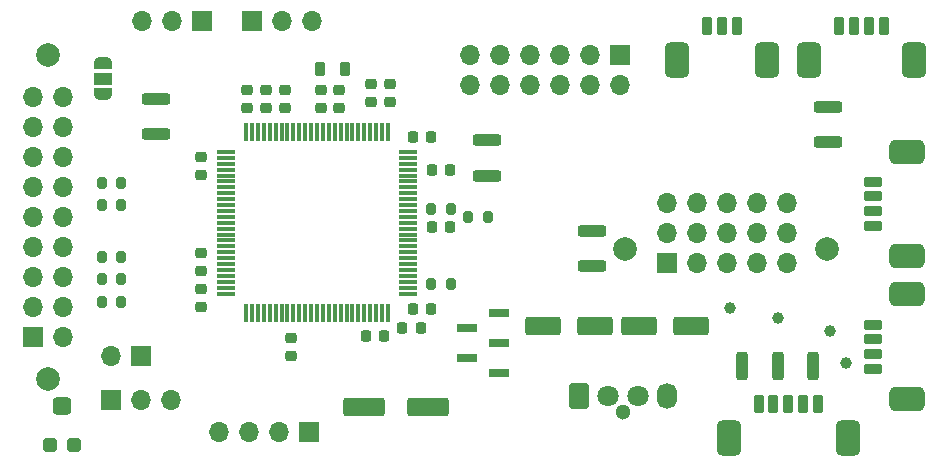
<source format=gbr>
%TF.GenerationSoftware,KiCad,Pcbnew,8.0.5*%
%TF.CreationDate,2025-01-05T11:13:20+01:00*%
%TF.ProjectId,BlockBoxController,426c6f63-6b42-46f7-9843-6f6e74726f6c,rev?*%
%TF.SameCoordinates,Original*%
%TF.FileFunction,Soldermask,Top*%
%TF.FilePolarity,Negative*%
%FSLAX46Y46*%
G04 Gerber Fmt 4.6, Leading zero omitted, Abs format (unit mm)*
G04 Created by KiCad (PCBNEW 8.0.5) date 2025-01-05 11:13:20*
%MOMM*%
%LPD*%
G01*
G04 APERTURE LIST*
G04 Aperture macros list*
%AMRoundRect*
0 Rectangle with rounded corners*
0 $1 Rounding radius*
0 $2 $3 $4 $5 $6 $7 $8 $9 X,Y pos of 4 corners*
0 Add a 4 corners polygon primitive as box body*
4,1,4,$2,$3,$4,$5,$6,$7,$8,$9,$2,$3,0*
0 Add four circle primitives for the rounded corners*
1,1,$1+$1,$2,$3*
1,1,$1+$1,$4,$5*
1,1,$1+$1,$6,$7*
1,1,$1+$1,$8,$9*
0 Add four rect primitives between the rounded corners*
20,1,$1+$1,$2,$3,$4,$5,0*
20,1,$1+$1,$4,$5,$6,$7,0*
20,1,$1+$1,$6,$7,$8,$9,0*
20,1,$1+$1,$8,$9,$2,$3,0*%
%AMFreePoly0*
4,1,19,0.550000,-0.750000,0.000000,-0.750000,0.000000,-0.744911,-0.071157,-0.744911,-0.207708,-0.704816,-0.327430,-0.627875,-0.420627,-0.520320,-0.479746,-0.390866,-0.500000,-0.250000,-0.500000,0.250000,-0.479746,0.390866,-0.420627,0.520320,-0.327430,0.627875,-0.207708,0.704816,-0.071157,0.744911,0.000000,0.744911,0.000000,0.750000,0.550000,0.750000,0.550000,-0.750000,0.550000,-0.750000,
$1*%
%AMFreePoly1*
4,1,19,0.000000,0.744911,0.071157,0.744911,0.207708,0.704816,0.327430,0.627875,0.420627,0.520320,0.479746,0.390866,0.500000,0.250000,0.500000,-0.250000,0.479746,-0.390866,0.420627,-0.520320,0.327430,-0.627875,0.207708,-0.704816,0.071157,-0.744911,0.000000,-0.744911,0.000000,-0.750000,-0.550000,-0.750000,-0.550000,0.750000,0.000000,0.750000,0.000000,0.744911,0.000000,0.744911,
$1*%
G04 Aperture macros list end*
%ADD10R,1.700000X1.700000*%
%ADD11O,1.700000X1.700000*%
%ADD12C,2.000000*%
%ADD13RoundRect,0.075000X-0.075000X0.725000X-0.075000X-0.725000X0.075000X-0.725000X0.075000X0.725000X0*%
%ADD14RoundRect,0.075000X-0.725000X0.075000X-0.725000X-0.075000X0.725000X-0.075000X0.725000X0.075000X0*%
%ADD15RoundRect,0.237500X-0.987500X-0.237500X0.987500X-0.237500X0.987500X0.237500X-0.987500X0.237500X0*%
%ADD16RoundRect,0.237500X0.987500X0.237500X-0.987500X0.237500X-0.987500X-0.237500X0.987500X-0.237500X0*%
%ADD17C,1.000000*%
%ADD18RoundRect,0.237500X-0.237500X0.987500X-0.237500X-0.987500X0.237500X-0.987500X0.237500X0.987500X0*%
%ADD19RoundRect,0.300000X-0.300000X0.300000X-0.300000X-0.300000X0.300000X-0.300000X0.300000X0.300000X0*%
%ADD20RoundRect,0.375000X-0.425000X0.375000X-0.425000X-0.375000X0.425000X-0.375000X0.425000X0.375000X0*%
%ADD21RoundRect,0.200000X-0.200000X-0.275000X0.200000X-0.275000X0.200000X0.275000X-0.200000X0.275000X0*%
%ADD22RoundRect,0.200000X0.200000X0.275000X-0.200000X0.275000X-0.200000X-0.275000X0.200000X-0.275000X0*%
%ADD23RoundRect,0.218750X-0.218750X-0.381250X0.218750X-0.381250X0.218750X0.381250X-0.218750X0.381250X0*%
%ADD24FreePoly0,90.000000*%
%ADD25R,1.500000X1.000000*%
%ADD26FreePoly1,90.000000*%
%ADD27C,1.300000*%
%ADD28RoundRect,0.250000X0.600000X-0.850000X0.600000X0.850000X-0.600000X0.850000X-0.600000X-0.850000X0*%
%ADD29C,1.800000*%
%ADD30O,1.700000X2.200000*%
%ADD31RoundRect,0.200000X-0.200000X-0.600000X0.200000X-0.600000X0.200000X0.600000X-0.200000X0.600000X0*%
%ADD32RoundRect,0.525000X-0.525000X-0.975000X0.525000X-0.975000X0.525000X0.975000X-0.525000X0.975000X0*%
%ADD33RoundRect,0.525000X0.975000X-0.525000X0.975000X0.525000X-0.975000X0.525000X-0.975000X-0.525000X0*%
%ADD34RoundRect,0.200000X0.600000X-0.200000X0.600000X0.200000X-0.600000X0.200000X-0.600000X-0.200000X0*%
%ADD35R,1.800000X0.650000*%
%ADD36RoundRect,0.250000X-1.250000X-0.550000X1.250000X-0.550000X1.250000X0.550000X-1.250000X0.550000X0*%
%ADD37RoundRect,0.250000X1.500000X0.550000X-1.500000X0.550000X-1.500000X-0.550000X1.500000X-0.550000X0*%
%ADD38RoundRect,0.225000X-0.225000X-0.250000X0.225000X-0.250000X0.225000X0.250000X-0.225000X0.250000X0*%
%ADD39RoundRect,0.225000X-0.250000X0.225000X-0.250000X-0.225000X0.250000X-0.225000X0.250000X0.225000X0*%
%ADD40RoundRect,0.225000X0.250000X-0.225000X0.250000X0.225000X-0.250000X0.225000X-0.250000X-0.225000X0*%
%ADD41RoundRect,0.225000X0.225000X0.250000X-0.225000X0.250000X-0.225000X-0.250000X0.225000X-0.250000X0*%
G04 APERTURE END LIST*
D10*
%TO.C,J13*%
X166300000Y-103040000D03*
D11*
X166300000Y-100500000D03*
X166300000Y-97960000D03*
X168840000Y-103040000D03*
X168840000Y-100500000D03*
X168840000Y-97960000D03*
X171380000Y-103040000D03*
X171380000Y-100500000D03*
X171380000Y-97960000D03*
X173920000Y-103040000D03*
X173920000Y-100500000D03*
X173920000Y-97960000D03*
X176460000Y-103040000D03*
X176460000Y-100500000D03*
X176460000Y-97960000D03*
%TD*%
%TO.C,J3*%
X115165000Y-88930000D03*
X112625000Y-88930000D03*
X115165000Y-91470000D03*
X112625000Y-91470000D03*
X115165000Y-94010000D03*
X112625000Y-94010000D03*
X115165000Y-96550000D03*
X112625000Y-96550000D03*
X115165000Y-99090000D03*
X112625000Y-99090000D03*
X115165000Y-101630000D03*
X112625000Y-101630000D03*
X115165000Y-104170000D03*
X112625000Y-104170000D03*
X115165000Y-106710000D03*
X112625000Y-106710000D03*
X115165000Y-109250000D03*
D10*
X112625000Y-109250000D03*
%TD*%
D12*
%TO.C,REF\u002A\u002A*%
X179900000Y-101800000D03*
%TD*%
%TO.C,REF\u002A\u002A*%
X162800000Y-101800000D03*
%TD*%
%TO.C,REF\u002A\u002A*%
X113900000Y-85400000D03*
%TD*%
%TO.C,REF\u002A\u002A*%
X113900000Y-112800000D03*
%TD*%
D13*
%TO.C,U1*%
X142700000Y-91925000D03*
X142200000Y-91925000D03*
X141700000Y-91925000D03*
X141200000Y-91925000D03*
X140700000Y-91925000D03*
X140200000Y-91925000D03*
X139700000Y-91925000D03*
X139200000Y-91925000D03*
X138700000Y-91925000D03*
X138200000Y-91925000D03*
X137700000Y-91925000D03*
X137200000Y-91925000D03*
X136700000Y-91925000D03*
X136200000Y-91925000D03*
X135700000Y-91925000D03*
X135200000Y-91925000D03*
X134700000Y-91925000D03*
X134200000Y-91925000D03*
X133700000Y-91925000D03*
X133200000Y-91925000D03*
X132700000Y-91925000D03*
X132200000Y-91925000D03*
X131700000Y-91925000D03*
X131200000Y-91925000D03*
X130700000Y-91925000D03*
D14*
X129025000Y-93600000D03*
X129025000Y-94100000D03*
X129025000Y-94600000D03*
X129025000Y-95100000D03*
X129025000Y-95600000D03*
X129025000Y-96100000D03*
X129025000Y-96600000D03*
X129025000Y-97100000D03*
X129025000Y-97600000D03*
X129025000Y-98100000D03*
X129025000Y-98600000D03*
X129025000Y-99100000D03*
X129025000Y-99600000D03*
X129025000Y-100100000D03*
X129025000Y-100600000D03*
X129025000Y-101100000D03*
X129025000Y-101600000D03*
X129025000Y-102100000D03*
X129025000Y-102600000D03*
X129025000Y-103100000D03*
X129025000Y-103600000D03*
X129025000Y-104100000D03*
X129025000Y-104600000D03*
X129025000Y-105100000D03*
X129025000Y-105600000D03*
D13*
X130700000Y-107275000D03*
X131200000Y-107275000D03*
X131700000Y-107275000D03*
X132200000Y-107275000D03*
X132700000Y-107275000D03*
X133200000Y-107275000D03*
X133700000Y-107275000D03*
X134200000Y-107275000D03*
X134700000Y-107275000D03*
X135200000Y-107275000D03*
X135700000Y-107275000D03*
X136200000Y-107275000D03*
X136700000Y-107275000D03*
X137200000Y-107275000D03*
X137700000Y-107275000D03*
X138200000Y-107275000D03*
X138700000Y-107275000D03*
X139200000Y-107275000D03*
X139700000Y-107275000D03*
X140200000Y-107275000D03*
X140700000Y-107275000D03*
X141200000Y-107275000D03*
X141700000Y-107275000D03*
X142200000Y-107275000D03*
X142700000Y-107275000D03*
D14*
X144375000Y-105600000D03*
X144375000Y-105100000D03*
X144375000Y-104600000D03*
X144375000Y-104100000D03*
X144375000Y-103600000D03*
X144375000Y-103100000D03*
X144375000Y-102600000D03*
X144375000Y-102100000D03*
X144375000Y-101600000D03*
X144375000Y-101100000D03*
X144375000Y-100600000D03*
X144375000Y-100100000D03*
X144375000Y-99600000D03*
X144375000Y-99100000D03*
X144375000Y-98600000D03*
X144375000Y-98100000D03*
X144375000Y-97600000D03*
X144375000Y-97100000D03*
X144375000Y-96600000D03*
X144375000Y-96100000D03*
X144375000Y-95600000D03*
X144375000Y-95100000D03*
X144375000Y-94600000D03*
X144375000Y-94100000D03*
X144375000Y-93600000D03*
%TD*%
D15*
%TO.C,TP15*%
X160000000Y-103300000D03*
%TD*%
%TO.C,TP14*%
X160000000Y-100300000D03*
%TD*%
D16*
%TO.C,TP13*%
X151100000Y-92600000D03*
%TD*%
%TO.C,TP12*%
X151100000Y-95600000D03*
%TD*%
%TO.C,TP11*%
X180000000Y-89800000D03*
%TD*%
%TO.C,TP10*%
X180000000Y-92800000D03*
%TD*%
D17*
%TO.C,TP9*%
X175700000Y-107700000D03*
%TD*%
%TO.C,TP8*%
X180100000Y-108800000D03*
%TD*%
%TO.C,TP7*%
X171700000Y-106800000D03*
%TD*%
%TO.C,TP6*%
X181500000Y-111500000D03*
%TD*%
D18*
%TO.C,TP5*%
X172700000Y-111700000D03*
%TD*%
%TO.C,TP4*%
X175700000Y-111700000D03*
%TD*%
%TO.C,TP3*%
X178700000Y-111700000D03*
%TD*%
D15*
%TO.C,TP2*%
X123100000Y-92100000D03*
%TD*%
%TO.C,TP1*%
X123100000Y-89100000D03*
%TD*%
D19*
%TO.C,RV1*%
X114100000Y-118400000D03*
D20*
X115100000Y-115150000D03*
D19*
X116100000Y-118400000D03*
%TD*%
D21*
%TO.C,R13*%
X148025000Y-104800000D03*
X146375000Y-104800000D03*
%TD*%
%TO.C,R12*%
X148025000Y-98400000D03*
X146375000Y-98400000D03*
%TD*%
%TO.C,R11*%
X151150000Y-99100000D03*
X149500000Y-99100000D03*
%TD*%
%TO.C,R7*%
X120125000Y-98100000D03*
X118475000Y-98100000D03*
%TD*%
D22*
%TO.C,R6*%
X118475000Y-96200000D03*
X120125000Y-96200000D03*
%TD*%
D21*
%TO.C,R4*%
X120125000Y-104400000D03*
X118475000Y-104400000D03*
%TD*%
%TO.C,R2*%
X120125000Y-106300000D03*
X118475000Y-106300000D03*
%TD*%
D22*
%TO.C,R1*%
X118475000Y-102500000D03*
X120125000Y-102500000D03*
%TD*%
D23*
%TO.C,L1*%
X139062500Y-86600000D03*
X136937500Y-86600000D03*
%TD*%
D24*
%TO.C,JP1*%
X118600000Y-88700000D03*
D25*
X118600000Y-87400000D03*
D26*
X118600000Y-86100000D03*
%TD*%
D27*
%TO.C,J15*%
X162600000Y-115610000D03*
D28*
X158850000Y-114270000D03*
D29*
X161350000Y-114270000D03*
X163850000Y-114270000D03*
D30*
X166350000Y-114270000D03*
%TD*%
D10*
%TO.C,J14*%
X162350000Y-85425000D03*
D11*
X162350000Y-87965000D03*
X159810000Y-85425000D03*
X159810000Y-87965000D03*
X157270000Y-85425000D03*
X157270000Y-87965000D03*
X154730000Y-85425000D03*
X154730000Y-87965000D03*
X152190000Y-85425000D03*
X152190000Y-87965000D03*
X149650000Y-85425000D03*
X149650000Y-87965000D03*
%TD*%
D10*
%TO.C,J12*%
X131200000Y-82500000D03*
D11*
X133740000Y-82500000D03*
X136280000Y-82500000D03*
%TD*%
D31*
%TO.C,J11*%
X172250000Y-82950000D03*
X171000000Y-82950000D03*
X169750000Y-82950000D03*
D32*
X167200000Y-85850000D03*
X174800000Y-85850000D03*
%TD*%
D31*
%TO.C,J10*%
X184675000Y-82950000D03*
X183425000Y-82950000D03*
X182175000Y-82950000D03*
X180925000Y-82950000D03*
D32*
X178375000Y-85850000D03*
X187225000Y-85850000D03*
%TD*%
D10*
%TO.C,J9*%
X119275000Y-114600000D03*
D11*
X121815000Y-114600000D03*
X124355000Y-114600000D03*
%TD*%
D10*
%TO.C,J8*%
X136000000Y-117300000D03*
D11*
X133460000Y-117300000D03*
X130920000Y-117300000D03*
X128380000Y-117300000D03*
%TD*%
D10*
%TO.C,J7*%
X121800000Y-110900000D03*
D11*
X119260000Y-110900000D03*
%TD*%
D33*
%TO.C,J6*%
X186650000Y-93575000D03*
X186650000Y-102425000D03*
D34*
X183750000Y-99875000D03*
X183750000Y-98625000D03*
X183750000Y-97375000D03*
X183750000Y-96125000D03*
%TD*%
%TO.C,J5*%
X183750000Y-108225000D03*
X183750000Y-109475000D03*
X183750000Y-110725000D03*
X183750000Y-111975000D03*
D33*
X186650000Y-114525000D03*
X186650000Y-105675000D03*
%TD*%
D31*
%TO.C,J4*%
X179100000Y-114937500D03*
X177850000Y-114937500D03*
X176600000Y-114937500D03*
X175350000Y-114937500D03*
X174100000Y-114937500D03*
D32*
X171550000Y-117837500D03*
X181650000Y-117837500D03*
%TD*%
D35*
%TO.C,J2*%
X152100000Y-112300000D03*
X149400000Y-111030000D03*
X152100000Y-109760000D03*
X149400000Y-108490000D03*
X152100000Y-107220000D03*
%TD*%
D10*
%TO.C,J1*%
X127000000Y-82500000D03*
D11*
X124460000Y-82500000D03*
X121920000Y-82500000D03*
%TD*%
D36*
%TO.C,C29*%
X164000000Y-108300000D03*
X168400000Y-108300000D03*
%TD*%
%TO.C,C28*%
X155800000Y-108300000D03*
X160200000Y-108300000D03*
%TD*%
D37*
%TO.C,C27*%
X140700000Y-115200000D03*
X146100000Y-115200000D03*
%TD*%
D38*
%TO.C,C26*%
X146425000Y-95100000D03*
X147975000Y-95100000D03*
%TD*%
%TO.C,C25*%
X140825000Y-109200000D03*
X142375000Y-109200000D03*
%TD*%
D39*
%TO.C,C24*%
X126900000Y-102125000D03*
X126900000Y-103675000D03*
%TD*%
D40*
%TO.C,C23*%
X132400000Y-89875000D03*
X132400000Y-88325000D03*
%TD*%
%TO.C,C21*%
X138600000Y-89875000D03*
X138600000Y-88325000D03*
%TD*%
D39*
%TO.C,C17*%
X137000000Y-88325000D03*
X137000000Y-89875000D03*
%TD*%
D41*
%TO.C,C14*%
X146375000Y-92300000D03*
X144825000Y-92300000D03*
%TD*%
%TO.C,C13*%
X147975000Y-100000000D03*
X146425000Y-100000000D03*
%TD*%
%TO.C,C12*%
X145475000Y-108500000D03*
X143925000Y-108500000D03*
%TD*%
D40*
%TO.C,C11*%
X134500000Y-110875000D03*
X134500000Y-109325000D03*
%TD*%
D39*
%TO.C,C10*%
X141300000Y-89375000D03*
X141300000Y-87825000D03*
%TD*%
%TO.C,C8*%
X130800000Y-88325000D03*
X130800000Y-89875000D03*
%TD*%
D41*
%TO.C,C7*%
X146375000Y-106900000D03*
X144825000Y-106900000D03*
%TD*%
D40*
%TO.C,C6*%
X126900000Y-106775000D03*
X126900000Y-105225000D03*
%TD*%
D39*
%TO.C,C5*%
X126900000Y-94025000D03*
X126900000Y-95575000D03*
%TD*%
%TO.C,C4*%
X134000000Y-88325000D03*
X134000000Y-89875000D03*
%TD*%
%TO.C,C3*%
X142900000Y-89375000D03*
X142900000Y-87825000D03*
%TD*%
M02*

</source>
